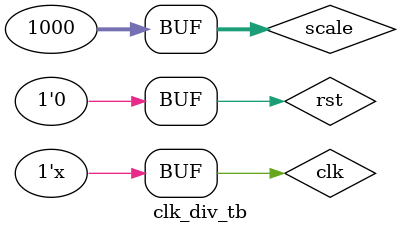
<source format=v>
module clk_div_tb();
     // Make a register for the clock you're going to generate and the reset.
     reg clk,rst;

     // Generally, you make registers for inputs because you usually want to
     // make procedural changes to them to see how the output is affected. In
     // this case, we could get away with using wires if we also made appropriate
     // changes to the assignments so they were continuous assignments instead
     // of procedural assignments.
     reg [31:0] scale = 1000;
     // Make a wire for your output.
     wire out;

     // Instantiate the module we're testbenching.
     clk_div test(
          .clk(clk),
          .reset(rst),
          .scale(scale),
          .clk_out(out)
          );

     // Initialize the clock and reset to 0.
     initial begin
          clk = 0;
          rst = 0;
     end

     // Clock is 100 MHz
     always #5 clk = !clk;

endmodule

</source>
